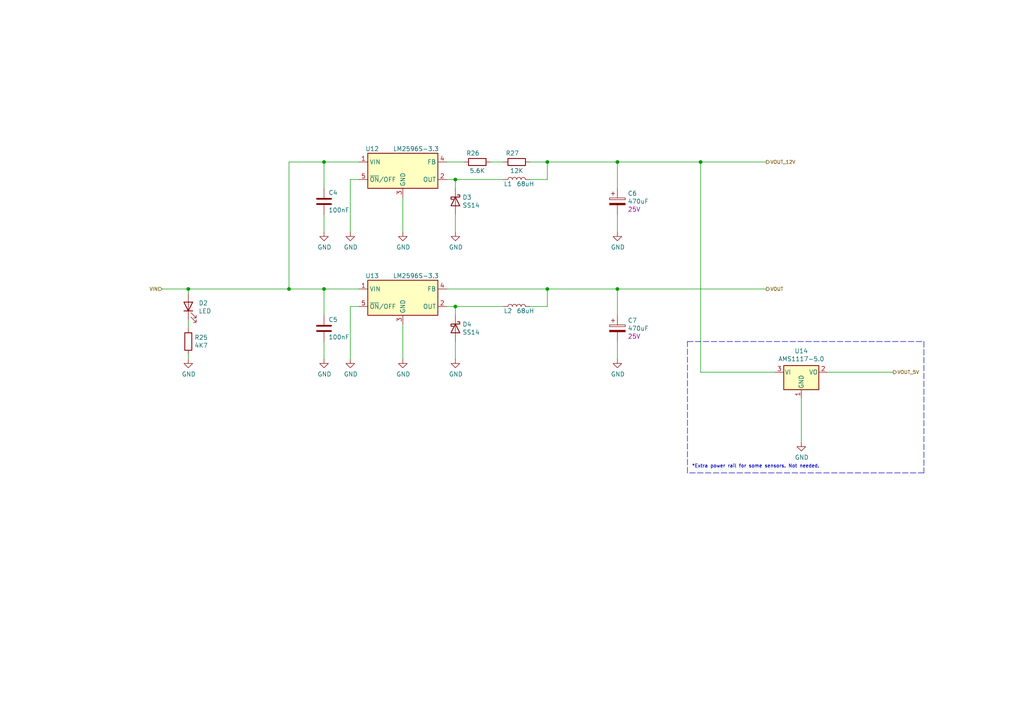
<source format=kicad_sch>
(kicad_sch (version 20211123) (generator eeschema)
  (paper "A4")
  (title_block (title "Power Supply") (date "2023-04-28") (rev "0.1") (comment 1 "https://github.com/enriquewph/esp-plc"))
  (lib_symbols
    (symbol "Device:C" (pin_numbers hide) (pin_names (offset 0.254))
      (property "Reference" "C" (at 0.635 2.54 0))
      (property "Value" "C" (at 0.635 -2.54 0))
      (symbol "C_0_1"
        (polyline (pts (xy -2.032 -0.762) (xy 2.032 -0.762)) (stroke (width 0.508)))
        (polyline (pts (xy -2.032 0.762) (xy 2.032 0.762)) (stroke (width 0.508)))
      )
      (symbol "C_1_1"
        (pin passive line (at 0 3.81 270) (length 2.794) (name "~") (number "1"))
        (pin passive line (at 0 -3.81 90) (length 2.794) (name "~") (number "2"))
      )
    )
    (symbol "Device:L" (pin_numbers hide) (pin_names (offset 1.016) hide)
      (property "Reference" "L" (at -1.27 0 90))
      (property "Value" "L" (at 1.905 0 90))
      (symbol "L_0_1"
        (arc (start 0 -2.54) (mid 0.635 -1.905) (end 0 -1.27))
        (arc (start 0 -1.27) (mid 0.635 -0.635) (end 0 0))
        (arc (start 0 0) (mid 0.635 0.635) (end 0 1.27))
        (arc (start 0 1.27) (mid 0.635 1.905) (end 0 2.54))
      )
      (symbol "L_1_1"
        (pin passive line (at 0 3.81 270) (length 1.27) (name "1") (number "1"))
        (pin passive line (at 0 -3.81 90) (length 1.27) (name "2") (number "2"))
      )
    )
    (symbol "Device:LED" (pin_numbers hide) (pin_names (offset 1.016) hide)
      (property "Reference" "D" (at 0 2.54 0))
      (property "Value" "LED" (at 0 -2.54 0))
      (symbol "LED_0_1"
        (polyline (pts (xy -1.27 -1.27) (xy -1.27 1.27)) (stroke (width 0.254)))
        (polyline (pts (xy -1.27 0) (xy 1.27 0)))
        (polyline (pts (xy 1.27 -1.27) (xy 1.27 1.27) (xy -1.27 0) (xy 1.27 -1.27)) (stroke (width 0.254)))
        (polyline (pts (xy -3.048 -0.762) (xy -4.572 -2.286) (xy -3.81 -2.286) (xy -4.572 -2.286) (xy -4.572 -1.524)))
        (polyline (pts (xy -1.778 -0.762) (xy -3.302 -2.286) (xy -2.54 -2.286) (xy -3.302 -2.286) (xy -3.302 -1.524)))
      )
      (symbol "LED_1_1"
        (pin passive line (at -3.81 0 0) (length 2.54) (name "K") (number "1"))
        (pin passive line (at 3.81 0 180) (length 2.54) (name "A") (number "2"))
      )
    )
    (symbol "Device:R" (pin_numbers hide) (pin_names (offset 0))
      (property "Reference" "R" (at 2.032 0 90))
      (property "Value" "R" (at 0 0 90))
      (symbol "R_0_1"
        (rectangle (start -1.016 -2.54) (end 1.016 2.54) (stroke (width 0.254)))
      )
      (symbol "R_1_1"
        (pin passive line (at 0 3.81 270) (length 1.27) (name "~") (number "1"))
        (pin passive line (at 0 -3.81 90) (length 1.27) (name "~") (number "2"))
      )
    )
    (symbol "Diode:1N5822" (pin_numbers hide) (pin_names (offset 1.016) hide)
      (property "Reference" "D" (at 0 2.54 0))
      (property "Value" "1N5822" (at 0 -2.54 0))
      (symbol "1N5822_0_1"
        (polyline (pts (xy 1.27 0) (xy -1.27 0)))
        (polyline (pts (xy 1.27 1.27) (xy 1.27 -1.27) (xy -1.27 0) (xy 1.27 1.27)) (stroke (width 0.254)))
        (polyline (pts (xy -1.905 0.635) (xy -1.905 1.27) (xy -1.27 1.27) (xy -1.27 -1.27) (xy -0.635 -1.27) (xy -0.635 -0.635)) (stroke (width 0.254)))
      )
      (symbol "1N5822_1_1"
        (pin passive line (at -3.81 0 0) (length 2.54) (name "K") (number "1"))
        (pin passive line (at 3.81 0 180) (length 2.54) (name "A") (number "2"))
      )
    )
    (symbol "Regulator_Linear:AMS1117-5.0" (pin_names (offset 0.254))
      (property "Reference" "U" (at -3.81 3.175 0))
      (property "Value" "AMS1117-5.0" (at 0 3.175 0))
      (symbol "AMS1117-5.0_0_1"
        (rectangle (start -5.08 -5.08) (end 5.08 1.905) (stroke (width 0.254)) (fill (type background)))
      )
      (symbol "AMS1117-5.0_1_1"
        (pin power_in line (at 0 -7.62 90) (length 2.54) (name "GND") (number "1"))
        (pin power_out line (at 7.62 0 180) (length 2.54) (name "VO") (number "2"))
        (pin power_in line (at -7.62 0 0) (length 2.54) (name "VI") (number "3"))
      )
    )
    (symbol "Regulator_Switching:LM2596S-3.3"
      (property "Reference" "U" (at -10.16 6.35 0))
      (property "Value" "LM2596S-3.3" (at 0 6.35 0))
      (symbol "LM2596S-3.3_0_1"
        (rectangle (start -10.16 5.08) (end 10.16 -5.08) (stroke (width 0.254)) (fill (type background)))
      )
      (symbol "LM2596S-3.3_1_1"
        (pin power_in line (at -12.7 2.54 0) (length 2.54) (name "VIN") (number "1"))
        (pin output line (at 12.7 -2.54 180) (length 2.54) (name "OUT") (number "2"))
        (pin power_in line (at 0 -7.62 90) (length 2.54) (name "GND") (number "3"))
        (pin input line (at 12.7 2.54 180) (length 2.54) (name "FB") (number "4"))
        (pin input line (at -12.7 -2.54 0) (length 2.54) (name "~{ON}/OFF") (number "5"))
      )
    )
    (symbol "kicad-rescue:CP-Device" (pin_numbers hide) (pin_names (offset 0.254))
      (property "Reference" "C" (at 0.635 2.54 0))
      (property "Value" "CP-Device" (at 0.635 -2.54 0))
      (symbol "CP-Device_0_1"
        (rectangle (start -2.286 0.508) (end 2.286 1.016))
        (polyline (pts (xy -1.778 2.286) (xy -0.762 2.286)))
        (polyline (pts (xy -1.27 2.794) (xy -1.27 1.778)))
        (rectangle (start 2.286 -0.508) (end -2.286 -1.016) (fill (type outline)))
      )
      (symbol "CP-Device_1_1"
        (pin passive line (at 0 3.81 270) (length 2.794) (name "~") (number "1"))
        (pin passive line (at 0 -3.81 90) (length 2.794) (name "~") (number "2"))
      )
    )
    (symbol "power:GND" (power) (pin_names (offset 0))
      (property "Value" "GND" (at 0 -3.81 0))
      (symbol "GND_0_1"
        (polyline (pts (xy 0 0) (xy 0 -1.27) (xy 1.27 -1.27) (xy 0 -2.54) (xy -1.27 -1.27) (xy 0 -1.27)))
      )
      (symbol "GND_1_1"
        (pin power_in line (at 0 0 270) (length 0) hide (name "GND") (number "1"))
      )
    )
  )
  (junction (at 132.08 88.9))
  (junction (at 179.07 46.99))
  (junction (at 93.98 83.82))
  (junction (at 158.75 83.82))
  (junction (at 158.75 46.99))
  (junction (at 132.08 52.07))
  (junction (at 179.07 83.82))
  (junction (at 93.98 46.99))
  (junction (at 54.61 83.82))
  (junction (at 83.82 83.82))
  (junction (at 203.2 46.99))
  (wire (pts (xy 93.98 91.44) (xy 93.98 83.82)))
  (wire (pts (xy 54.61 95.25) (xy 54.61 92.71)))
  (wire (pts (xy 101.6 88.9) (xy 104.14 88.9)))
  (wire (pts (xy 158.75 83.82) (xy 158.75 88.9)))
  (wire (pts (xy 179.07 104.14) (xy 179.07 99.06)))
  (wire (pts (xy 116.84 104.14) (xy 116.84 93.98)))
  (wire (pts (xy 129.54 88.9) (xy 132.08 88.9)))
  (wire (pts (xy 129.54 52.07) (xy 132.08 52.07)))
  (wire (pts (xy 240.03 107.95) (xy 259.08 107.95)))
  (wire (pts (xy 203.2 46.99) (xy 222.25 46.99)))
  (wire (pts (xy 179.07 83.82) (xy 179.07 91.44)))
  (wire (pts (xy 203.2 46.99) (xy 203.2 107.95)))
  (wire (pts (xy 203.2 107.95) (xy 224.79 107.95)))
  (wire (pts (xy 146.05 88.9) (xy 132.08 88.9)))
  (wire (pts (xy 158.75 83.82) (xy 179.07 83.82)))
  (wire (pts (xy 83.82 83.82) (xy 93.98 83.82)))
  (polyline (pts (xy 199.39 99.06) (xy 267.97 99.06)))
  (wire (pts (xy 54.61 83.82) (xy 83.82 83.82)))
  (wire (pts (xy 101.6 104.14) (xy 101.6 88.9)))
  (wire (pts (xy 146.05 52.07) (xy 132.08 52.07)))
  (wire (pts (xy 179.07 46.99) (xy 203.2 46.99)))
  (wire (pts (xy 132.08 67.31) (xy 132.08 62.23)))
  (wire (pts (xy 54.61 104.14) (xy 54.61 102.87)))
  (wire (pts (xy 153.67 52.07) (xy 158.75 52.07)))
  (wire (pts (xy 93.98 46.99) (xy 104.14 46.99)))
  (wire (pts (xy 179.07 83.82) (xy 222.25 83.82)))
  (wire (pts (xy 179.07 67.31) (xy 179.07 62.23)))
  (wire (pts (xy 179.07 46.99) (xy 179.07 54.61)))
  (wire (pts (xy 93.98 83.82) (xy 104.14 83.82)))
  (wire (pts (xy 93.98 62.23) (xy 93.98 67.31)))
  (wire (pts (xy 153.67 46.99) (xy 158.75 46.99)))
  (wire (pts (xy 158.75 46.99) (xy 158.75 52.07)))
  (wire (pts (xy 93.98 54.61) (xy 93.98 46.99)))
  (wire (pts (xy 129.54 83.82) (xy 158.75 83.82)))
  (polyline (pts (xy 199.39 137.16) (xy 199.39 99.06)))
  (polyline (pts (xy 267.97 99.06) (xy 267.97 137.16)))
  (wire (pts (xy 132.08 54.61) (xy 132.08 52.07)))
  (wire (pts (xy 132.08 91.44) (xy 132.08 88.9)))
  (wire (pts (xy 46.99 83.82) (xy 54.61 83.82)))
  (wire (pts (xy 132.08 104.14) (xy 132.08 99.06)))
  (wire (pts (xy 158.75 46.99) (xy 179.07 46.99)))
  (wire (pts (xy 93.98 99.06) (xy 93.98 104.14)))
  (wire (pts (xy 116.84 67.31) (xy 116.84 57.15)))
  (wire (pts (xy 153.67 88.9) (xy 158.75 88.9)))
  (polyline (pts (xy 267.97 137.16) (xy 199.39 137.16)))
  (wire (pts (xy 83.82 83.82) (xy 83.82 46.99)))
  (wire (pts (xy 54.61 83.82) (xy 54.61 85.09)))
  (wire (pts (xy 101.6 52.07) (xy 104.14 52.07)))
  (wire (pts (xy 101.6 67.31) (xy 101.6 52.07)))
  (wire (pts (xy 129.54 46.99) (xy 134.62 46.99)))
  (wire (pts (xy 232.41 128.27) (xy 232.41 115.57)))
  (wire (pts (xy 83.82 46.99) (xy 93.98 46.99)))
  (wire (pts (xy 142.24 46.99) (xy 146.05 46.99)))
  (text "*Extra power rail for some sensors. Not needed." (at 200.66 135.89 0) (effects (font (size 0.9906 0.9906)) (justify left bottom)))
  (hierarchical_label "VIN" (shape input) (at 46.99 83.82 180) (effects (font (size 0.9906 0.9906))))
  (hierarchical_label "VOUT" (shape output) (at 222.25 83.82 0) (effects (font (size 0.9906 0.9906))))
  (hierarchical_label "VOUT_5V" (shape output) (at 259.08 107.95 0) (effects (font (size 0.9906 0.9906))))
  (hierarchical_label "VOUT_12V" (shape output) (at 222.25 46.99 0) (effects (font (size 0.9906 0.9906))))
  (symbol (lib_id "Regulator_Switching:LM2596S-3.3") (at 116.84 86.36 0) (unit 1)
    (property "Reference" "U13" (at 107.95 80.01 0))
    (property "Value" "LM2596S-3.3" (at 120.65 80.01 0))
    (property "Footprint" "libs:TO-263-5_TabPin3" (effects hide))
    (property "Datasheet" "https://www.ti.com/general/docs/suppproductinfo.tsp?distId=10&gotoUrl=http%3A%2F%2Fwww.ti.com%2Flit%2Fgpn%2Flm2596" (effects hide))
    (property "manf#" "LM2596SX-3.3/NOPB" (effects hide))
    (property "Fitted" "Yes" (effects hide))
  )
  (symbol (lib_id "power:GND") (at 54.61 104.14 0) (unit 1)
    (property "Reference" "#PWR040" (effects hide))
    (property "Value" "GND" (at 54.737 108.5342 0))
  )
  (symbol (lib_id "Device:LED") (at 54.61 88.9 90) (unit 1)
    (property "Reference" "D2" (at 57.6072 87.9094 90) (effects (justify right)))
    (property "Value" "LED" (at 57.6072 90.2208 90) (effects (justify right)))
    (property "Footprint" "LED_SMD:LED_1206_3216Metric" (effects hide))
    (property "Datasheet" "https://media.digikey.com/pdf/Data%20Sheets/Stanley%20Electric%20PDFs/1101W_Series.pdf" (effects hide))
    (property "manf#" "BR1101W-TR" (effects hide))
    (property "Fitted" "Yes" (effects hide))
  )
  (symbol (lib_id "Device:R") (at 54.61 99.06 0) (unit 1)
    (property "Reference" "R25" (at 56.388 97.8916 0) (effects (justify left)))
    (property "Value" "4K7" (at 56.388 100.203 0) (effects (justify left)))
    (property "Footprint" "Resistor_SMD:R_1206_3216Metric" (effects hide))
    (property "Datasheet" "https://www.yageo.com/upload/media/product/productsearch/datasheet/rchip/PYu-RC_Group_51_RoHS_L_11.pdf" (effects hide))
    (property "manf#" "RC1206FR-074K7L" (effects hide))
    (property "Fitted" "Yes" (effects hide))
  )
  (symbol (lib_id "power:GND") (at 93.98 104.14 0) (unit 1)
    (property "Reference" "#PWR042" (effects hide))
    (property "Value" "GND" (at 94.107 108.5342 0))
  )
  (symbol (lib_id "Device:C") (at 93.98 95.25 0) (unit 1)
    (property "Reference" "C5" (at 95.25 92.71 0) (effects (justify left)))
    (property "Value" "100nF" (at 95.25 97.79 0) (effects (justify left)))
    (property "Footprint" "Capacitor_SMD:C_1206_3216Metric_Pad1.33x1.80mm_HandSolder" (effects hide))
    (property "Datasheet" "https://www.yageo.com/upload/media/product/productsearch/datasheet/mlcc/UPY-GPHC_X7R_6.3V-to-50V_18.pdf" (effects hide))
    (property "Voltage" "50V" (effects hide))
    (property "manf#" "CC1206KRX7R9BB104" (effects hide))
    (property "Fitted" "Yes" (effects hide))
  )
  (symbol (lib_id "Diode:1N5822") (at 132.08 95.25 270) (unit 1)
    (property "Reference" "D4" (at 134.112 94.0816 90) (effects (justify left)))
    (property "Value" "SS14" (at 134.112 96.393 90) (effects (justify left)))
    (property "Footprint" "Diode_SMD:D_SMA_Handsoldering" (effects hide))
    (property "Datasheet" "https://www.onsemi.com/pdf/datasheet/ss19-d.pdf" (effects hide))
    (property "manf#" "SS14" (effects hide))
    (property "Fitted" "Yes" (effects hide))
  )
  (symbol (lib_id "kicad-rescue:CP-Device") (at 179.07 95.25 0) (unit 1)
    (property "Reference" "C7" (at 182.0672 92.9386 0) (effects (justify left)))
    (property "Value" "470uF" (at 182.0672 95.25 0) (effects (justify left)))
    (property "Footprint" "libs:CAP_10x10_SMD_THT" (effects hide))
    (property "Datasheet" "https://industrial.panasonic.com/cdbs/www-data/pdf/RDE0000/ABA0000C1142.pdf" (effects hide))
    (property "Voltage" "25V" (at 182.0672 97.5614 0) (effects (justify left)))
    (property "manf#" "EEE-1EA471UAP" (effects hide))
    (property "Fitted" "Yes" (effects hide))
  )
  (symbol (lib_id "power:GND") (at 179.07 104.14 0) (unit 1)
    (property "Reference" "#PWR050" (effects hide))
    (property "Value" "GND" (at 179.197 108.5342 0))
  )
  (symbol (lib_id "Device:L") (at 149.86 88.9 90) (unit 1)
    (property "Reference" "L2" (at 147.32 90.17 90))
    (property "Value" "68uH" (at 152.4 90.17 90))
    (property "Footprint" "libs:L_12x12mm_H8mm" (effects hide))
    (property "Datasheet" "https://no.mouser.com/datasheet/2/336/SPM2007_08-514261.pdf" (effects hide))
    (property "manf#" "P0751.683NLT, CDRH127/LDNP-680MC" (effects hide))
    (property "Fitted" "Yes" (effects hide))
  )
  (symbol (lib_id "power:GND") (at 116.84 104.14 0) (unit 1)
    (property "Reference" "#PWR046" (effects hide))
    (property "Value" "GND" (at 116.967 108.5342 0))
  )
  (symbol (lib_id "power:GND") (at 101.6 104.14 0) (unit 1)
    (property "Reference" "#PWR044" (effects hide))
    (property "Value" "GND" (at 101.727 108.5342 0))
  )
  (symbol (lib_id "power:GND") (at 132.08 104.14 0) (unit 1)
    (property "Reference" "#PWR048" (effects hide))
    (property "Value" "GND" (at 132.207 108.5342 0))
  )
  (symbol (lib_id "power:GND") (at 232.41 128.27 0) (unit 1)
    (property "Reference" "#PWR051" (effects hide))
    (property "Value" "GND" (at 232.537 132.6642 0))
  )
  (symbol (lib_id "Regulator_Linear:AMS1117-5.0") (at 232.41 107.95 0) (unit 1)
    (property "Reference" "U14" (at 232.41 101.8032 0))
    (property "Value" "AMS1117-5.0" (at 232.41 104.1146 0))
    (property "Footprint" "Package_TO_SOT_SMD:SOT-223-3_TabPin2" (effects hide))
    (property "Datasheet" "http://www.advanced-monolithic.com/pdf/ds1117.pdf" (effects hide))
    (property "manf#" "LM1117MPX-5.0/NOPB" (effects hide))
    (property "Fitted" "No" (effects hide))
  )
  (symbol (lib_id "power:GND") (at 93.98 67.31 0) (unit 1)
    (property "Reference" "#PWR041" (effects hide))
    (property "Value" "GND" (at 94.107 71.7042 0))
  )
  (symbol (lib_id "power:GND") (at 132.08 67.31 0) (unit 1)
    (property "Reference" "#PWR047" (effects hide))
    (property "Value" "GND" (at 132.207 71.7042 0))
  )
  (symbol (lib_id "Device:L") (at 149.86 52.07 90) (unit 1)
    (property "Reference" "L1" (at 147.32 53.34 90))
    (property "Value" "68uH" (at 152.4 53.34 90))
    (property "Footprint" "libs:L_12x12mm_H8mm" (effects hide))
    (property "Datasheet" "https://no.mouser.com/datasheet/2/336/SPM2007_08-514261.pdf" (effects hide))
    (property "manf#" "P0751.683NLT, CDRH127/LDNP-680MC" (effects hide))
    (property "Fitted" "Yes" (effects hide))
  )
  (symbol (lib_id "Diode:1N5822") (at 132.08 58.42 270) (unit 1)
    (property "Reference" "D3" (at 134.112 57.2516 90) (effects (justify left)))
    (property "Value" "SS14" (at 134.112 59.563 90) (effects (justify left)))
    (property "Footprint" "Diode_SMD:D_SMA_Handsoldering" (effects hide))
    (property "Datasheet" "https://www.onsemi.com/pdf/datasheet/ss19-d.pdf" (effects hide))
    (property "manf#" "SS14" (effects hide))
    (property "Fitted" "Yes" (effects hide))
  )
  (symbol (lib_id "kicad-rescue:CP-Device") (at 179.07 58.42 0) (unit 1)
    (property "Reference" "C6" (at 182.0672 56.1086 0) (effects (justify left)))
    (property "Value" "470uF" (at 182.0672 58.42 0) (effects (justify left)))
    (property "Footprint" "libs:CAP_10x10_SMD_THT" (effects hide))
    (property "Datasheet" "https://industrial.panasonic.com/cdbs/www-data/pdf/RDE0000/ABA0000C1142.pdf" (effects hide))
    (property "Voltage" "25V" (at 182.0672 60.7314 0) (effects (justify left)))
    (property "manf#" "EEE-1EA471UAP" (effects hide))
    (property "Fitted" "Yes" (effects hide))
  )
  (symbol (lib_id "Device:R") (at 138.43 46.99 90) (unit 1)
    (property "Reference" "R26" (at 137.16 44.45 90))
    (property "Value" "5.6K" (at 138.43 49.53 90))
    (property "Footprint" "Resistor_THT:R_Axial_DIN0204_L3.6mm_D1.6mm_P2.54mm_Vertical" (effects hide))
    (property "Fitted" "Yes" (effects hide))
  )
  (symbol (lib_id "power:GND") (at 101.6 67.31 0) (unit 1)
    (property "Reference" "#PWR043" (effects hide))
    (property "Value" "GND" (at 101.727 71.7042 0))
  )
  (symbol (lib_id "Regulator_Switching:LM2596S-3.3") (at 116.84 49.53 0) (unit 1)
    (property "Reference" "U12" (at 107.95 43.18 0))
    (property "Value" "LM2596S-3.3" (at 120.65 43.18 0))
    (property "Footprint" "libs:TO-263-5_TabPin3" (effects hide))
    (property "Datasheet" "https://www.ti.com/general/docs/suppproductinfo.tsp?distId=10&gotoUrl=http%3A%2F%2Fwww.ti.com%2Flit%2Fgpn%2Flm2596" (effects hide))
    (property "manf#" "LM2596SX-3.3/NOPB" (effects hide))
    (property "Fitted" "Yes" (effects hide))
  )
  (symbol (lib_id "power:GND") (at 116.84 67.31 0) (unit 1)
    (property "Reference" "#PWR045" (effects hide))
    (property "Value" "GND" (at 116.967 71.7042 0))
  )
  (symbol (lib_id "Device:R") (at 149.86 46.99 90) (unit 1)
    (property "Reference" "R27" (at 148.59 44.45 90))
    (property "Value" "12K" (at 149.86 49.53 90))
    (property "Footprint" "Resistor_THT:R_Axial_DIN0204_L3.6mm_D1.6mm_P2.54mm_Vertical" (effects hide))
    (property "Fitted" "Yes" (effects hide))
  )
  (symbol (lib_id "power:GND") (at 179.07 67.31 0) (unit 1)
    (property "Reference" "#PWR049" (effects hide))
    (property "Value" "GND" (at 179.197 71.7042 0))
  )
  (symbol (lib_id "Device:C") (at 93.98 58.42 0) (unit 1)
    (property "Reference" "C4" (at 95.25 55.88 0) (effects (justify left)))
    (property "Value" "100nF" (at 95.25 60.96 0) (effects (justify left)))
    (property "Footprint" "Capacitor_SMD:C_1206_3216Metric_Pad1.33x1.80mm_HandSolder" (effects hide))
    (property "Datasheet" "https://www.yageo.com/upload/media/product/productsearch/datasheet/mlcc/UPY-GPHC_X7R_6.3V-to-50V_18.pdf" (effects hide))
    (property "Voltage" "50V" (effects hide))
    (property "manf#" "CC1206KRX7R9BB104" (effects hide))
    (property "Fitted" "Yes" (effects hide))
  )
)
</source>
